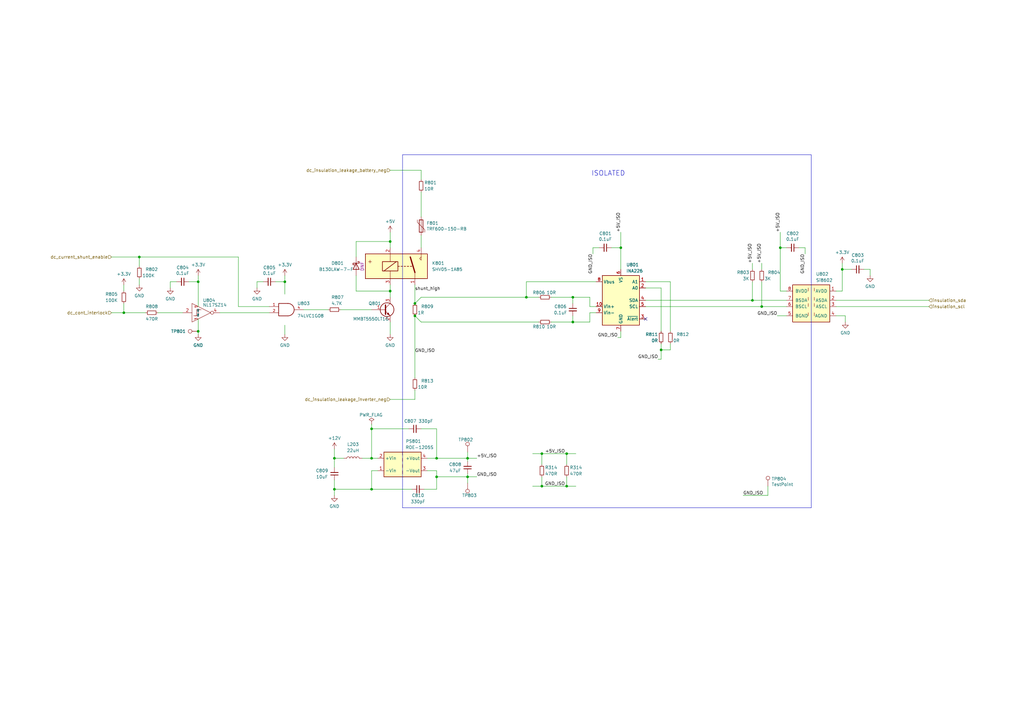
<source format=kicad_sch>
(kicad_sch (version 20230121) (generator eeschema)
  (paper "A3")
  (title_block (title "xx-xxx-PCB-001 Charger Control (HV1) Board") (date "2023-10-18") (rev "0.a") (company "Indra Renewable Technologies Ltd"))
  (lib_symbols
    (symbol "+12V_1" (power) (pin_names (offset 0))
      (property "Value" "+12V_1" (at 0 3.556 0))
      (symbol "+12V_1_0_1"
        (polyline (pts (xy -0.762 1.27) (xy 0 2.54)))
        (polyline (pts (xy 0 0) (xy 0 2.54)))
        (polyline (pts (xy 0 2.54) (xy 0.762 1.27)))
      )
      (symbol "+12V_1_1_1"
        (pin power_in line (at 0 0 90) (length 0) hide (name "+12V") (number "1"))
      )
    )
    (symbol "+3.3V_1" (power) (pin_names (offset 0))
      (property "Value" "+3.3V_1" (at 0 3.556 0))
      (symbol "+3.3V_1_0_1"
        (polyline (pts (xy -0.762 1.27) (xy 0 2.54)))
        (polyline (pts (xy 0 0) (xy 0 2.54)))
        (polyline (pts (xy 0 2.54) (xy 0.762 1.27)))
      )
      (symbol "+3.3V_1_1_1"
        (pin power_in line (at 0 0 90) (length 0) hide (name "+3.3V") (number "1"))
      )
    )
    (symbol "+5V_1" (power) (pin_names (offset 0))
      (property "Value" "+5V_1" (at 0 3.556 0))
      (symbol "+5V_1_0_1"
        (polyline (pts (xy -0.762 1.27) (xy 0 2.54)))
        (polyline (pts (xy 0 0) (xy 0 2.54)))
        (polyline (pts (xy 0 2.54) (xy 0.762 1.27)))
      )
      (symbol "+5V_1_1_1"
        (pin power_in line (at 0 0 90) (length 0) hide (name "+5V") (number "1"))
      )
    )
    (symbol "74xGxx:74LVC1G08" (pin_names (offset 1.016))
      (property "Reference" "U" (at -2.54 3.81 0))
      (property "Value" "74LVC1G08" (at 0 -3.81 0))
      (symbol "74LVC1G08_0_1"
        (arc (start 0 -2.54) (mid 2.529 0) (end 0 2.54) (stroke (width 0.254)))
        (polyline (pts (xy 0 -2.54) (xy -3.81 -2.54) (xy -3.81 2.54) (xy 0 2.54)) (stroke (width 0.254)))
      )
      (symbol "74LVC1G08_1_1"
        (pin input line (at -7.62 1.27 0) (length 3.81) (name "~") (number "1"))
        (pin input line (at -7.62 -1.27 0) (length 3.81) (name "~") (number "2"))
        (pin power_in line (at 0 -2.54 270) (length 0) hide (name "GND") (number "3"))
        (pin output line (at 6.35 0 180) (length 3.81) (name "~") (number "4"))
        (pin power_in line (at 0 2.54 90) (length 0) hide (name "VCC") (number "5"))
      )
    )
    (symbol "Connector:TestPoint" (pin_numbers hide) (pin_names (offset 0.762) hide)
      (property "Reference" "TP" (at 0 6.858 0))
      (property "Value" "TestPoint" (at 0 5.08 0))
      (symbol "TestPoint_0_1"
        (circle (center 0 3.302) (radius 0.762))
      )
      (symbol "TestPoint_1_1"
        (pin passive line (at 0 0 90) (length 2.54) (name "1") (number "1"))
      )
    )
    (symbol "Device:C_Small" (pin_numbers hide) (pin_names (offset 0.254) hide)
      (property "Reference" "C" (at 0.254 1.778 0))
      (property "Value" "C_Small" (at 0.254 -2.032 0))
      (symbol "C_Small_0_1"
        (polyline (pts (xy -1.524 -0.508) (xy 1.524 -0.508)) (stroke (width 0.3302)))
        (polyline (pts (xy -1.524 0.508) (xy 1.524 0.508)) (stroke (width 0.3048)))
      )
      (symbol "C_Small_1_1"
        (pin passive line (at 0 2.54 270) (length 2.032) (name "~") (number "1"))
        (pin passive line (at 0 -2.54 90) (length 2.032) (name "~") (number "2"))
      )
    )
    (symbol "Device:D_Schottky" (pin_numbers hide) (pin_names (offset 1.016) hide)
      (property "Reference" "D" (at 0 2.54 0))
      (property "Value" "D_Schottky" (at 0 -2.54 0))
      (symbol "D_Schottky_0_1"
        (polyline (pts (xy 1.27 0) (xy -1.27 0)))
        (polyline (pts (xy 1.27 1.27) (xy 1.27 -1.27) (xy -1.27 0) (xy 1.27 1.27)) (stroke (width 0.254)))
        (polyline (pts (xy -1.905 0.635) (xy -1.905 1.27) (xy -1.27 1.27) (xy -1.27 -1.27) (xy -0.635 -1.27) (xy -0.635 -0.635)) (stroke (width 0.254)))
      )
      (symbol "D_Schottky_1_1"
        (pin passive line (at -3.81 0 0) (length 2.54) (name "K") (number "1"))
        (pin passive line (at 3.81 0 180) (length 2.54) (name "A") (number "2"))
      )
    )
    (symbol "Device:Polyfuse" (pin_numbers hide) (pin_names (offset 0))
      (property "Reference" "F" (at -2.54 0 90))
      (property "Value" "Polyfuse" (at 2.54 0 90))
      (symbol "Polyfuse_0_1"
        (rectangle (start -0.762 2.54) (end 0.762 -2.54) (stroke (width 0.254)))
        (polyline (pts (xy 0 2.54) (xy 0 -2.54)))
        (polyline (pts (xy -1.524 2.54) (xy -1.524 1.524) (xy 1.524 -1.524) (xy 1.524 -2.54)))
      )
      (symbol "Polyfuse_1_1"
        (pin passive line (at 0 3.81 270) (length 1.27) (name "~") (number "1"))
        (pin passive line (at 0 -3.81 90) (length 1.27) (name "~") (number "2"))
      )
    )
    (symbol "Device:R_Small" (pin_numbers hide) (pin_names (offset 0.254) hide)
      (property "Reference" "R" (at 0.762 0.508 0))
      (property "Value" "R_Small" (at 0.762 -1.016 0))
      (symbol "R_Small_0_1"
        (rectangle (start -0.762 1.778) (end 0.762 -1.778) (stroke (width 0.2032)))
      )
      (symbol "R_Small_1_1"
        (pin passive line (at 0 2.54 270) (length 0.762) (name "~") (number "1"))
        (pin passive line (at 0 -2.54 90) (length 0.762) (name "~") (number "2"))
      )
    )
    (symbol "GND_1" (power) (pin_names (offset 0))
      (property "Value" "GND_1" (at 0 -3.81 0))
      (symbol "GND_1_0_1"
        (polyline (pts (xy 0 0) (xy 0 -1.27) (xy 1.27 -1.27) (xy 0 -2.54) (xy -1.27 -1.27) (xy 0 -1.27)))
      )
      (symbol "GND_1_1_1"
        (pin power_in line (at 0 0 270) (length 0) hide (name "GND") (number "1"))
      )
    )
    (symbol "PWR_FLAG_1" (power) (pin_numbers hide) (pin_names (offset 0) hide)
      (property "Value" "PWR_FLAG_1" (at 0 3.81 0))
      (symbol "PWR_FLAG_1_0_0"
        (pin power_out line (at 0 0 90) (length 0) (name "pwr") (number "1"))
      )
      (symbol "PWR_FLAG_1_0_1"
        (polyline (pts (xy 0 0) (xy 0 1.27) (xy -1.016 1.905) (xy 0 2.54) (xy 1.016 1.905) (xy 0 1.27)))
      )
    )
    (symbol "Transistor_BJT:MMBT5550L" (pin_names (offset 0) hide)
      (property "Reference" "Q" (at 5.08 1.905 0))
      (property "Value" "MMBT5550L" (at 5.08 0 0))
      (symbol "MMBT5550L_0_1"
        (polyline (pts (xy 0.635 0.635) (xy 2.54 2.54)))
        (polyline (pts (xy 0.635 -0.635) (xy 2.54 -2.54) (xy 2.54 -2.54)))
        (polyline (pts (xy 0.635 1.905) (xy 0.635 -1.905) (xy 0.635 -1.905)) (stroke (width 0.508)))
        (polyline (pts (xy 1.27 -1.778) (xy 1.778 -1.27) (xy 2.286 -2.286) (xy 1.27 -1.778) (xy 1.27 -1.778)) (fill (type outline)))
        (circle (center 1.27 0) (radius 2.8194) (stroke (width 0.254)))
      )
      (symbol "MMBT5550L_1_1"
        (pin input line (at -5.08 0 0) (length 5.715) (name "B") (number "1"))
        (pin passive line (at 2.54 -5.08 90) (length 2.54) (name "E") (number "2"))
        (pin passive line (at 2.54 5.08 270) (length 2.54) (name "C") (number "3"))
      )
    )
    (symbol "hw-v2x-play1_1-power-board:INA226"
      (property "Reference" "U805" (at 3.81 15.24 0))
      (property "Value" "INA226" (at 5.08 12.7 0))
      (symbol "INA226_0_1"
        (rectangle (start 7.62 10.16) (end -7.62 -10.16) (stroke (width 0.254)) (fill (type background)))
      )
      (symbol "INA226_1_1"
        (pin input line (at 10.16 7.62 180) (length 2.54) (name "A1") (number "1"))
        (pin input line (at -10.16 -2.54 0) (length 2.54) (name "Vin+") (number "10"))
        (pin input line (at 10.16 5.08 180) (length 2.54) (name "A0") (number "2"))
        (pin open_collector line (at 10.16 -7.62 180) (length 2.54) (name "~{Alert}") (number "3"))
        (pin bidirectional line (at 10.16 0 180) (length 2.54) (name "SDA") (number "4"))
        (pin input line (at 10.16 -2.54 180) (length 2.54) (name "SCL") (number "5"))
        (pin power_in line (at 0 12.7 270) (length 2.54) (name "VS") (number "6"))
        (pin power_in line (at 0 -12.7 90) (length 2.54) (name "GND") (number "7"))
        (pin input line (at -10.16 7.62 0) (length 2.54) (name "Vbus") (number "8"))
        (pin input line (at -10.16 -5.08 0) (length 2.54) (name "Vin-") (number "9"))
      )
    )
    (symbol "hw-v2x-play1_1-power-board:NL17SZ14" (pin_names (offset 0.762))
      (property "Reference" "U804" (at 3.81 3.81 0))
      (property "Value" "NL17SZ14" (at 5.08 -3.81 0))
      (symbol "NL17SZ14_0_0"
        (polyline (pts (xy -3.81 3.81) (xy -3.81 -3.81) (xy 3.81 0) (xy -3.81 3.81)))
        (pin power_in line (at -1.27 -2.54 90) (length 0) (name "VSS") (number "3"))
        (pin power_in line (at -1.27 2.54 270) (length 0) (name "VCC") (number "5"))
      )
      (symbol "NL17SZ14_0_1"
        (polyline (pts (xy -2.54 -1.27) (xy -1.27 -1.27) (xy -1.27 1.27) (xy 0 1.27)))
        (polyline (pts (xy -0.635 1.27) (xy -1.905 1.27) (xy -1.905 -1.27) (xy -3.175 -1.27)))
      )
      (symbol "NL17SZ14_1_1"
        (pin input line (at -7.62 0 0) (length 3.81) (name "~") (number "2"))
        (pin output inverted (at 7.62 0 180) (length 3.81) (name "~") (number "4"))
      )
      (symbol "NL17SZ14_1_2"
        (pin output inverted (at 11.43 0 180) (length 7.62) (name "~") (number "2"))
        (pin input inverted (at -11.43 0 0) (length 7.62) (name "~") (number "3"))
      )
    )
    (symbol "hw-v2x-play1_1-power-board:ROE-1205S"
      (property "Reference" "PS801" (at 3.81 8.89 0))
      (property "Value" "ROE-1205S" (at 6.35 6.35 0))
      (symbol "ROE-1205S_0_0"
        (pin power_in line (at -10.16 -2.54 0) (length 2.54) (name "-Vin") (number "1"))
        (pin power_in line (at -10.16 2.54 0) (length 2.54) (name "+Vin") (number "2"))
        (pin power_out line (at 10.16 -2.54 180) (length 2.54) (name "-Vout") (number "3"))
        (pin power_out line (at 10.16 2.54 180) (length 2.54) (name "+Vout") (number "4"))
      )
      (symbol "ROE-1205S_0_1"
        (rectangle (start -7.62 5.08) (end 7.62 -5.08) (stroke (width 0.254)) (fill (type background)))
        (polyline (pts (xy 0 -2.54) (xy 0 -3.81)))
        (polyline (pts (xy 0 0) (xy 0 -1.27)))
        (polyline (pts (xy 0 2.54) (xy 0 1.27)))
        (polyline (pts (xy 0 5.08) (xy 0 3.81)))
      )
    )
    (symbol "hw-v2x-play1_1-power-board:SHV05-1A85" (pin_names (offset 1.016))
      (property "Reference" "K701" (at -19.4818 0 90))
      (property "Value" "SHV05-1A85" (at -17.1704 0 90))
      (symbol "SHV05-1A85_0_1"
        (rectangle (start -15.24 5.08) (end 10.16 -5.08) (stroke (width 0.254)) (fill (type background)))
        (rectangle (start -8.255 1.905) (end -1.905 -1.905) (stroke (width 0.254)))
        (polyline (pts (xy -13.97 1.905) (xy -12.7 1.905)))
        (polyline (pts (xy -13.335 2.54) (xy -13.335 1.27)))
        (polyline (pts (xy -7.62 -1.905) (xy -2.54 1.905)) (stroke (width 0.254)))
        (polyline (pts (xy -5.08 -5.08) (xy -5.08 -1.905)))
        (polyline (pts (xy -5.08 5.08) (xy -5.08 1.905)))
        (polyline (pts (xy -1.905 0) (xy -1.27 0)) (stroke (width 0.254)))
        (polyline (pts (xy -0.635 0) (xy 0 0)) (stroke (width 0.254)))
        (polyline (pts (xy 0.635 0) (xy 1.27 0)) (stroke (width 0.254)))
        (polyline (pts (xy 1.905 0) (xy 2.54 0)) (stroke (width 0.254)))
        (polyline (pts (xy 3.175 0) (xy 3.81 0)) (stroke (width 0.254)))
        (polyline (pts (xy 5.08 -2.54) (xy 3.175 3.81)) (stroke (width 0.508)))
        (polyline (pts (xy 5.08 -2.54) (xy 5.08 -5.08)))
        (polyline (pts (xy 7.62 2.54) (xy 7.62 5.08)))
        (polyline (pts (xy 7.62 2.54) (xy 6.985 3.175) (xy 7.62 3.81)))
      )
      (symbol "SHV05-1A85_1_1"
        (pin passive line (at 5.08 -7.62 90) (length 2.54) (name "~") (number "1"))
        (pin passive line (at -5.08 7.62 270) (length 2.54) (name "~") (number "2"))
        (pin passive line (at -5.08 -7.62 90) (length 2.54) (name "~") (number "3"))
        (pin passive line (at 7.62 7.62 270) (length 2.54) (name "~") (number "4"))
      )
    )
    (symbol "hw-v2x-play1_1-power-board:Si8602" (pin_names (offset 1.016))
      (property "Reference" "U802" (at -3.81 12.7 0))
      (property "Value" "Si8602" (at -5.08 10.16 0))
      (symbol "Si8602_0_1"
        (rectangle (start -7.62 7.62) (end 7.62 -7.62) (stroke (width 0.254)) (fill (type background)))
        (polyline (pts (xy -1.27 -3.81) (xy -1.27 -5.08)))
        (polyline (pts (xy -1.27 0) (xy -1.27 -1.27)))
        (polyline (pts (xy -1.27 2.54) (xy -1.27 1.27)))
        (polyline (pts (xy -1.27 6.35) (xy -1.27 5.08)))
        (polyline (pts (xy 1.27 -3.81) (xy 1.27 -5.08)))
        (polyline (pts (xy 1.27 0) (xy 1.27 -1.27)))
        (polyline (pts (xy 1.27 2.54) (xy 1.27 1.27)))
        (polyline (pts (xy 1.27 6.35) (xy 1.27 5.08)))
      )
      (symbol "Si8602_1_1"
        (pin power_in line (at -10.16 5.08 0) (length 2.54) (name "AVDD") (number "1"))
        (pin input line (at -10.16 1.27 0) (length 2.54) (name "ASDA") (number "2"))
        (pin input line (at -10.16 -1.27 0) (length 2.54) (name "ASCL") (number "3"))
        (pin power_in line (at -10.16 -5.08 0) (length 2.54) (name "AGND") (number "4"))
        (pin power_in line (at 10.16 -5.08 180) (length 2.54) (name "BGND") (number "5"))
        (pin output line (at 10.16 -1.27 180) (length 2.54) (name "BSCL") (number "6"))
        (pin output line (at 10.16 1.27 180) (length 2.54) (name "BSDA") (number "7"))
        (pin power_in line (at 10.16 5.08 180) (length 2.54) (name "BVDD") (number "8"))
      )
    )
    (symbol "hw-v2x-play1_1-power-board:VLS252010CX-220M-1" (pin_numbers hide) (pin_names (offset 1.016) hide)
      (property "Reference" "L" (at 3.81 -1.27 0))
      (property "Value" "22uH" (at 3.81 1.905 0))
      (symbol "VLS252010CX-220M-1_0_1"
        (arc (start 2.54 0) (mid 1.905 0.6323) (end 1.27 0))
        (arc (start 3.81 0) (mid 3.175 0.6323) (end 2.54 0))
        (arc (start 5.08 0) (mid 4.445 0.6323) (end 3.81 0))
        (arc (start 6.35 0) (mid 5.715 0.6323) (end 5.08 0))
      )
      (symbol "VLS252010CX-220M-1_1_1"
        (pin passive line (at 0 0 0) (length 1.27) (name "1") (number "1"))
        (pin passive line (at 7.62 0 180) (length 1.27) (name "2") (number "2"))
      )
    )
  )
  (junction (at 137.16 187.96))
  (junction (at 50.8 128.27))
  (junction (at 81.28 135.89))
  (junction (at 222.25 199.39))
  (junction (at 271.145 143.51))
  (junction (at 170.18 129.54))
  (junction (at 254.635 101.6))
  (junction (at 232.41 199.39))
  (junction (at 345.44 110.49))
  (junction (at 179.07 187.96))
  (junction (at 191.77 195.58))
  (junction (at 160.02 99.06))
  (junction (at 191.77 187.96))
  (junction (at 160.02 119.38))
  (junction (at 152.4 200.66))
  (junction (at 137.16 200.66))
  (junction (at 308.61 123.19))
  (junction (at 152.4 187.96))
  (junction (at 312.42 125.73))
  (junction (at 81.28 115.57))
  (junction (at 57.15 105.41))
  (junction (at 320.04 101.6))
  (junction (at 215.9 121.92))
  (junction (at 152.4 175.895))
  (junction (at 179.07 195.58))
  (junction (at 232.41 186.055))
  (junction (at 234.95 132.08))
  (junction (at 222.25 186.055))
  (junction (at 116.84 115.57))
  (junction (at 234.95 121.92))
  (junction (at 170.18 124.46))
  (no_connect (at 264.795 130.81))
  (wire (pts (xy 116.84 137.16) (xy 116.84 133.35)))
  (wire (pts (xy 168.91 200.66) (xy 152.4 200.66)))
  (wire (pts (xy 234.95 129.54) (xy 234.95 132.08)))
  (wire (pts (xy 45.72 128.27) (xy 50.8 128.27)))
  (wire (pts (xy 312.42 115.57) (xy 312.42 125.73)))
  (wire (pts (xy 243.205 104.14) (xy 243.205 101.6)))
  (wire (pts (xy 64.77 128.27) (xy 74.93 128.27)))
  (wire (pts (xy 244.475 125.73) (xy 241.935 125.73)))
  (wire (pts (xy 81.28 137.16) (xy 81.28 135.89)))
  (wire (pts (xy 191.77 187.96) (xy 195.58 187.96)))
  (wire (pts (xy 314.96 203.2) (xy 314.96 199.39)))
  (wire (pts (xy 320.04 95.25) (xy 320.04 101.6)))
  (wire (pts (xy 152.4 173.99) (xy 152.4 175.895)))
  (wire (pts (xy 160.02 163.83) (xy 170.18 163.83)))
  (wire (pts (xy 232.41 186.055) (xy 236.22 186.055)))
  (wire (pts (xy 160.02 121.92) (xy 160.02 119.38)))
  (wire (pts (xy 170.18 129.54) (xy 172.72 132.08)))
  (wire (pts (xy 232.41 186.055) (xy 232.41 190.5)))
  (wire (pts (xy 274.955 135.89) (xy 274.955 115.57)))
  (wire (pts (xy 271.145 135.89) (xy 271.145 118.11)))
  (wire (pts (xy 173.99 200.66) (xy 179.07 200.66)))
  (wire (pts (xy 243.205 101.6) (xy 245.745 101.6)))
  (wire (pts (xy 253.365 138.43) (xy 254.635 138.43)))
  (wire (pts (xy 226.06 132.08) (xy 234.95 132.08)))
  (wire (pts (xy 139.7 127) (xy 152.4 127)))
  (wire (pts (xy 218.44 186.055) (xy 222.25 186.055)))
  (wire (pts (xy 318.77 129.54) (xy 322.58 129.54)))
  (wire (pts (xy 264.795 123.19) (xy 308.61 123.19)))
  (wire (pts (xy 308.61 115.57) (xy 308.61 123.19)))
  (wire (pts (xy 170.18 129.54) (xy 170.18 154.94)))
  (wire (pts (xy 232.41 199.39) (xy 232.41 195.58)))
  (wire (pts (xy 172.72 69.85) (xy 172.72 73.66)))
  (wire (pts (xy 77.47 115.57) (xy 81.28 115.57)))
  (wire (pts (xy 271.145 147.32) (xy 271.145 143.51)))
  (wire (pts (xy 349.25 110.49) (xy 345.44 110.49)))
  (wire (pts (xy 308.61 107.95) (xy 308.61 110.49)))
  (wire (pts (xy 179.07 187.96) (xy 191.77 187.96)))
  (wire (pts (xy 312.42 125.73) (xy 322.58 125.73)))
  (wire (pts (xy 90.17 128.27) (xy 110.49 128.27)))
  (wire (pts (xy 226.06 121.92) (xy 234.95 121.92)))
  (wire (pts (xy 97.79 125.73) (xy 97.79 105.41)))
  (wire (pts (xy 271.145 118.11) (xy 264.795 118.11)))
  (wire (pts (xy 342.9 125.73) (xy 381 125.73)))
  (wire (pts (xy 172.72 96.52) (xy 172.72 101.6)))
  (wire (pts (xy 110.49 125.73) (xy 97.79 125.73)))
  (wire (pts (xy 113.03 115.57) (xy 116.84 115.57)))
  (wire (pts (xy 254.635 95.25) (xy 254.635 101.6)))
  (wire (pts (xy 50.8 128.27) (xy 59.69 128.27)))
  (wire (pts (xy 137.16 200.66) (xy 137.16 203.2)))
  (wire (pts (xy 215.9 115.57) (xy 215.9 121.92)))
  (wire (pts (xy 191.77 198.12) (xy 191.77 195.58)))
  (wire (pts (xy 345.44 110.49) (xy 345.44 107.95)))
  (wire (pts (xy 57.15 105.41) (xy 45.72 105.41)))
  (wire (pts (xy 81.28 115.57) (xy 81.28 113.03)))
  (wire (pts (xy 308.61 123.19) (xy 322.58 123.19)))
  (wire (pts (xy 105.41 115.57) (xy 107.95 115.57)))
  (wire (pts (xy 170.18 116.84) (xy 170.18 124.46)))
  (wire (pts (xy 146.05 119.38) (xy 160.02 119.38)))
  (wire (pts (xy 146.05 99.06) (xy 160.02 99.06)))
  (wire (pts (xy 304.8 203.2) (xy 314.96 203.2)))
  (wire (pts (xy 160.02 137.16) (xy 160.02 132.08)))
  (wire (pts (xy 241.935 121.92) (xy 234.95 121.92)))
  (wire (pts (xy 160.02 119.38) (xy 160.02 116.84)))
  (wire (pts (xy 137.16 191.77) (xy 137.16 187.96)))
  (wire (pts (xy 191.77 185.42) (xy 191.77 187.96)))
  (wire (pts (xy 222.25 195.58) (xy 222.25 199.39)))
  (wire (pts (xy 191.77 194.31) (xy 191.77 195.58)))
  (wire (pts (xy 152.4 193.04) (xy 154.94 193.04)))
  (wire (pts (xy 137.16 200.66) (xy 137.16 196.85)))
  (wire (pts (xy 179.07 193.04) (xy 175.26 193.04)))
  (wire (pts (xy 342.9 129.54) (xy 346.71 129.54)))
  (wire (pts (xy 105.41 118.11) (xy 105.41 115.57)))
  (wire (pts (xy 167.64 175.895) (xy 152.4 175.895)))
  (polyline (pts (xy 332.74 63.5) (xy 165.1 63.5)))
  (wire (pts (xy 170.18 160.02) (xy 170.18 163.83)))
  (wire (pts (xy 50.8 116.84) (xy 50.8 119.38)))
  (wire (pts (xy 345.44 110.49) (xy 345.44 119.38)))
  (wire (pts (xy 234.95 132.08) (xy 241.935 132.08)))
  (wire (pts (xy 179.07 175.895) (xy 179.07 187.96)))
  (wire (pts (xy 345.44 119.38) (xy 342.9 119.38)))
  (wire (pts (xy 69.85 115.57) (xy 72.39 115.57)))
  (wire (pts (xy 81.28 115.57) (xy 81.28 125.73)))
  (wire (pts (xy 264.795 125.73) (xy 312.42 125.73)))
  (wire (pts (xy 346.71 129.54) (xy 346.71 132.08)))
  (wire (pts (xy 146.05 113.03) (xy 146.05 119.38)))
  (wire (pts (xy 179.07 195.58) (xy 179.07 193.04)))
  (wire (pts (xy 57.15 109.22) (xy 57.15 105.41)))
  (wire (pts (xy 175.26 187.96) (xy 179.07 187.96)))
  (wire (pts (xy 160.02 99.06) (xy 160.02 101.6)))
  (wire (pts (xy 274.955 140.97) (xy 274.955 143.51)))
  (wire (pts (xy 241.935 128.27) (xy 244.475 128.27)))
  (wire (pts (xy 254.635 101.6) (xy 254.635 110.49)))
  (wire (pts (xy 137.16 187.96) (xy 140.97 187.96)))
  (wire (pts (xy 320.04 119.38) (xy 322.58 119.38)))
  (wire (pts (xy 146.05 105.41) (xy 146.05 99.06)))
  (wire (pts (xy 116.84 120.65) (xy 116.84 115.57)))
  (wire (pts (xy 137.16 184.15) (xy 137.16 187.96)))
  (polyline (pts (xy 332.74 63.5) (xy 332.74 208.28)))
  (wire (pts (xy 57.15 105.41) (xy 97.79 105.41)))
  (wire (pts (xy 330.2 101.6) (xy 327.66 101.6)))
  (wire (pts (xy 356.87 113.03) (xy 356.87 110.49)))
  (wire (pts (xy 342.9 123.19) (xy 381 123.19)))
  (wire (pts (xy 116.84 115.57) (xy 116.84 113.03)))
  (wire (pts (xy 50.8 124.46) (xy 50.8 128.27)))
  (wire (pts (xy 254.635 135.89) (xy 254.635 138.43)))
  (wire (pts (xy 170.18 124.46) (xy 172.72 121.92)))
  (wire (pts (xy 148.59 187.96) (xy 152.4 187.96)))
  (wire (pts (xy 172.72 78.74) (xy 172.72 88.9)))
  (wire (pts (xy 234.95 121.92) (xy 234.95 124.46)))
  (wire (pts (xy 57.15 116.84) (xy 57.15 114.3)))
  (wire (pts (xy 215.9 121.92) (xy 220.98 121.92)))
  (wire (pts (xy 274.955 143.51) (xy 271.145 143.51)))
  (wire (pts (xy 320.04 101.6) (xy 320.04 119.38)))
  (wire (pts (xy 172.72 175.895) (xy 179.07 175.895)))
  (wire (pts (xy 232.41 199.39) (xy 236.22 199.39)))
  (wire (pts (xy 137.16 200.66) (xy 152.4 200.66)))
  (wire (pts (xy 322.58 101.6) (xy 320.04 101.6)))
  (wire (pts (xy 191.77 187.96) (xy 191.77 189.23)))
  (wire (pts (xy 172.72 121.92) (xy 215.9 121.92)))
  (wire (pts (xy 356.87 110.49) (xy 354.33 110.49)))
  (wire (pts (xy 172.72 132.08) (xy 220.98 132.08)))
  (wire (pts (xy 274.955 115.57) (xy 264.795 115.57)))
  (wire (pts (xy 269.875 147.32) (xy 271.145 147.32)))
  (wire (pts (xy 250.825 101.6) (xy 254.635 101.6)))
  (wire (pts (xy 241.935 132.08) (xy 241.935 128.27)))
  (wire (pts (xy 191.77 195.58) (xy 179.07 195.58)))
  (wire (pts (xy 152.4 200.66) (xy 152.4 193.04)))
  (wire (pts (xy 69.85 118.11) (xy 69.85 115.57)))
  (wire (pts (xy 271.145 143.51) (xy 271.145 140.97)))
  (wire (pts (xy 179.07 200.66) (xy 179.07 195.58)))
  (wire (pts (xy 191.77 195.58) (xy 195.58 195.58)))
  (wire (pts (xy 152.4 175.895) (xy 152.4 187.96)))
  (wire (pts (xy 81.28 135.89) (xy 81.28 130.81)))
  (wire (pts (xy 330.2 104.14) (xy 330.2 101.6)))
  (wire (pts (xy 160.02 69.85) (xy 172.72 69.85)))
  (wire (pts (xy 222.25 190.5) (xy 222.25 186.055)))
  (wire (pts (xy 222.25 199.39) (xy 232.41 199.39)))
  (wire (pts (xy 241.935 125.73) (xy 241.935 121.92)))
  (wire (pts (xy 312.42 107.95) (xy 312.42 110.49)))
  (wire (pts (xy 222.25 186.055) (xy 232.41 186.055)))
  (wire (pts (xy 160.02 95.25) (xy 160.02 99.06)))
  (wire (pts (xy 218.44 199.39) (xy 222.25 199.39)))
  (polyline (pts (xy 165.1 63.5) (xy 165.1 208.28)))
  (polyline (pts (xy 165.1 208.28) (xy 332.74 208.28)))
  (wire (pts (xy 152.4 187.96) (xy 154.94 187.96)))
  (wire (pts (xy 124.46 127) (xy 134.62 127)))
  (wire (pts (xy 215.9 115.57) (xy 244.475 115.57)))
  (text "ISOLATED" (at 242.57 72.39 0) (effects (font (size 2.0066 2.0066)) (justify left bottom)))
  (label "+5V_ISO" (at 308.61 107.95 90))
  (label "GND_ISO" (at 269.875 147.32 180))
  (label "+5V_ISO" (at 195.58 187.96 0))
  (label "GND_ISO" (at 253.365 138.43 180))
  (label "shunt_high" (at 170.18 119.38 0))
  (label "GND_ISO" (at 170.18 144.78 0))
  (label "+5V_ISO" (at 223.52 186.055 0))
  (label "GND_ISO" (at 195.58 195.58 0))
  (label "GND_ISO" (at 243.205 104.14 270))
  (label "GND_ISO" (at 318.77 129.54 180))
  (label "GND_ISO" (at 223.52 199.39 0))
  (label "+5V_ISO" (at 312.42 107.95 90))
  (label "+5V_ISO" (at 320.04 95.25 90))
  (label "+5V_ISO" (at 254.635 95.25 90))
  (label "GND_ISO" (at 330.2 104.14 270))
  (label "GND_ISO" (at 304.8 203.2 0))
  (hierarchical_label "dc_cont_interlock" (shape input) (at 45.72 128.27 180))
  (hierarchical_label "insulation_scl" (shape input) (at 381 125.73 0))
  (hierarchical_label "dc_insulation_leakage_inverter_neg" (shape input) (at 160.02 163.83 180))
  (hierarchical_label "dc_current_shunt_enable" (shape input) (at 45.72 105.41 180))
  (hierarchical_label "insulation_sda" (shape input) (at 381 123.19 0))
  (hierarchical_label "dc_insulation_leakage_battery_neg" (shape input) (at 160.02 69.85 180))
  (symbol (lib_id "Device:R_Small") (at 50.8 121.92 180) (unit 1)
    (property "Reference" "R805" (at 43.18 120.65 0) (effects (justify right)))
    (property "Value" "100K" (at 43.18 123.19 0) (effects (justify right)))
    (property "Footprint" "Resistor_SMD:R_0402_1005Metric" (effects hide))
    (property "Tolerance" "1%" (effects hide))
    (property "Voltage" "50V" (effects hide))
    (instances (project "hw-v2x-power-board-high-v" (path "" (reference "R805") (unit 1))) (project "hw-v2x-power-board" (path "" (reference "R1501") (unit 1))))
  )
  (symbol (lib_name "+3.3V_1") (lib_id "power:+3.3V") (at 50.8 116.84 0) (unit 1)
    (property "Reference" "#PWR0805" (effects hide))
    (property "Value" "+3.3V" (at 50.8 112.395 0))
  )
  (symbol (lib_id "Connector:TestPoint") (at 191.77 198.12 180) (unit 1)
    (property "Reference" "TP803" (at 195.58 203.2 0) (effects (justify left)))
    (property "Value" "TestPoint" (effects hide))
    (property "Footprint" "hw-v5mobo-cem-demo:TestPoint_Pad_FD1.0mm_BD2.0mm_TH_with_pos" (effects hide))
    (instances (project "hw-v2x-power-board-high-v" (path "" (reference "TP803") (unit 1))) (project "hw-v2x-power-board" (path "" (reference "TP1503") (unit 1))))
  )
  (symbol (lib_id "hw-v2x-play1_1-power-board:ROE-1205S") (at 165.1 190.5 0) (unit 1)
    (property "Reference" "PS801" (at 169.545 180.975 0))
    (property "Value" "ROE-1205S" (at 172.085 183.515 0))
    (property "Footprint" "hw-v2x-play1_1-power-board.pretty:ROE-1205S" (effects hide))
    (property "Datasheet" "https://recom-power.com/pdf/Econoline/ROE.pdf" (effects hide))
    (property "Manufacturer" "RECOM Power" (effects hide))
    (property "Manufacturer Part Number" "ROE-1205S" (effects hide))
  )
  (symbol (lib_name "GND_1") (lib_id "power:GND") (at 105.41 118.11 0) (unit 1)
    (property "Reference" "#PWR0230" (effects hide))
    (property "Value" "GND" (at 105.41 122.555 0))
    (instances (project "hw-v2x-power-board-high-v" (path "" (reference "#PWR0230") (unit 1)) (path "" (reference "#PWR0819") (unit 1))))
  )
  (symbol (lib_name "GND_1") (lib_id "power:GND") (at 160.02 137.16 0) (unit 1)
    (property "Reference" "#PWR0230" (effects hide))
    (property "Value" "GND" (at 160.02 141.605 0))
    (instances (project "hw-v2x-power-board-high-v" (path "" (reference "#PWR0230") (unit 1)) (path "" (reference "#PWR0821") (unit 1))))
  )
  (symbol (lib_id "Device:C_Small") (at 325.12 101.6 270) (unit 1)
    (property "Reference" "C802" (at 325.12 95.7834 90))
    (property "Value" "0.1uF" (at 325.12 98.0948 90))
    (property "Footprint" "Capacitor_SMD:C_0402_1005Metric" (effects hide))
    (property "Voltage" "50V" (effects hide))
    (property "Characteristics" "X7R" (effects hide))
    (property "Tolerance" "10%" (effects hide))
    (instances (project "hw-v2x-power-board-high-v" (path "" (reference "C802") (unit 1))) (project "hw-v2x-power-board" (path "" (reference "C1509") (unit 1))))
  )
  (symbol (lib_id "hw-v2x-play1_1-power-board:VLS252010CX-220M-1") (at 140.97 187.96 0) (unit 1)
    (property "Reference" "L203" (at 144.78 182.245 0))
    (property "Value" "22uH" (at 144.78 184.785 0))
    (property "Footprint" "Inductor_SMD:L_1008_2520Metric" (effects hide))
    (property "Datasheet" "C:\\Users\\PhillipCherry\\Documents\\PhilC\\V2X\\hw-v2x-power-board-hv2\\project-datasheets\\VLS252010CX-220M-1.pdf" (effects hide))
    (property "Manufacturer" "TDK" (effects hide))
    (property "Manufacturer Part Number" "VLS252010CX-220M-1" (effects hide))
    (property "Current" "450mA" (effects hide))
    (property "Tolerance" "20%" (effects hide))
    (property "Resistance" "1R4" (effects hide))
    (instances (project "hw-v2x-power-board-high-v" (path "" (reference "L203") (unit 1)) (path "" (reference "L801") (unit 1))))
  )
  (symbol (lib_id "Device:R_Small") (at 312.42 113.03 0) (unit 1)
    (property "Reference" "R804" (at 320.04 111.76 0) (effects (justify right)))
    (property "Value" "3K" (at 316.23 114.3 0) (effects (justify right)))
    (property "Footprint" "Resistor_SMD:R_0603_1608Metric" (effects hide))
    (property "Tolerance" "1%" (effects hide))
    (property "Voltage" "50V" (effects hide))
    (instances (project "hw-v2x-power-board-high-v" (path "" (reference "R804") (unit 1))) (project "hw-v2x-power-board" (path "" (reference "R1513") (unit 1))))
  )
  (symbol (lib_id "hw-v2x-play1_1-power-board:INA226") (at 254.635 123.19 0) (unit 1)
    (property "Reference" "U801" (at 256.8291 108.585 0) (effects (justify left)))
    (property "Value" "INA226" (at 256.8291 111.125 0) (effects (justify left)))
    (property "Footprint" "Package_SO:VSSOP-10_3x3mm_P0.5mm" (effects hide))
    (property "Datasheet" "http://www.ti.com/lit/ds/symlink/ina226.pdf" (effects hide))
    (property "Manufacturer" "TI" (effects hide))
    (property "Manufacturer Part Number" "INA226" (effects hide))
  )
  (symbol (lib_id "Device:R_Small") (at 172.72 76.2 180) (unit 1)
    (property "Reference" "R801" (at 173.99 74.93 0) (effects (justify right)))
    (property "Value" "10R" (at 173.99 77.47 0) (effects (justify right)))
    (property "Footprint" "hw-v2x-play1_1-power-board:R_BOURNS_PWR4318" (effects hide))
    (property "Tolerance" "5%" (effects hide))
    (property "Manufacturer" "Bourns" (effects hide))
    (property "Manufacturer Part Number" "PWR4318W10R0JE" (effects hide))
    (instances (project "hw-v2x-power-board-high-v" (path "" (reference "R801") (unit 1))) (project "hw-v2x-power-board" (path "" (reference "R1507") (unit 1))))
  )
  (symbol (lib_id "Device:C_Small") (at 234.95 127 0) (mirror y) (unit 1)
    (property "Reference" "C806" (at 229.87 125.73 0))
    (property "Value" "0.1uF" (at 229.87 128.27 0))
    (property "Footprint" "Capacitor_SMD:C_0402_1005Metric" (effects hide))
    (property "Voltage" "50V" (effects hide))
    (property "Characteristics" "X7R" (effects hide))
    (property "Tolerance" "10%" (effects hide))
    (instances (project "hw-v2x-power-board-high-v" (path "" (reference "C806") (unit 1))) (project "hw-v2x-power-board" (path "" (reference "C1507") (unit 1))))
  )
  (symbol (lib_id "Device:C_Small") (at 171.45 200.66 90) (mirror x) (unit 1)
    (property "Reference" "C810" (at 171.45 203.2 90))
    (property "Value" "330pF" (at 171.45 205.74 90))
    (property "Footprint" "Capacitor_SMD:C_1206_3216Metric" (effects hide))
    (property "Voltage" "25V" (effects hide))
    (property "Characteristics" "X7R" (effects hide))
    (property "Tolerance" "10%" (effects hide))
    (instances (project "hw-v2x-power-board-high-v" (path "" (reference "C810") (unit 1))) (project "hw-v2x-power-board" (path "" (reference "C1505") (unit 1))))
  )
  (symbol (lib_name "+12V_1") (lib_id "power:+12V") (at 137.16 184.15 0) (unit 1)
    (property "Reference" "#PWR0811" (effects hide))
    (property "Value" "+12V" (at 137.16 179.705 0))
  )
  (symbol (lib_id "Device:R_Small") (at 308.61 113.03 0) (unit 1)
    (property "Reference" "R803" (at 307.34 111.76 0) (effects (justify right)))
    (property "Value" "3K" (at 307.34 114.3 0) (effects (justify right)))
    (property "Footprint" "Resistor_SMD:R_0603_1608Metric" (effects hide))
    (property "Tolerance" "1%" (effects hide))
    (property "Voltage" "50V" (effects hide))
    (instances (project "hw-v2x-power-board-high-v" (path "" (reference "R803") (unit 1))) (project "hw-v2x-power-board" (path "" (reference "R1512") (unit 1))))
  )
  (symbol (lib_id "74xGxx:74LVC1G08") (at 118.11 127 0) (unit 1)
    (property "Reference" "U803" (at 121.92 124.46 0) (effects (justify left)))
    (property "Value" "74LVC1G08" (at 121.92 129.54 0) (effects (justify left)))
    (property "Footprint" "Package_TO_SOT_SMD:SOT-23-5" (effects hide))
    (property "Datasheet" "http://www.ti.com/lit/sg/scyt129e/scyt129e.pdf" (effects hide))
    (property "Manufacturer" "Nexperia" (effects hide))
    (property "Manufacturer Part Number" "74LVC1G08GW" (effects hide))
    (instances (project "hw-v2x-power-board-high-v" (path "" (reference "U803") (unit 1))) (project "hw-v2x-power-board" (path "" (reference "U1502") (unit 1))))
  )
  (symbol (lib_id "Device:C_Small") (at 137.16 194.31 0) (mirror x) (unit 1)
    (property "Reference" "C809" (at 132.08 193.04 0))
    (property "Value" "10uF" (at 132.08 195.58 0))
    (property "Footprint" "Capacitor_SMD:C_0603_1608Metric" (effects hide))
    (property "Voltage" "25V" (effects hide))
    (property "Characteristics" "X5R" (effects hide))
    (property "Tolerance" "10%" (effects hide))
    (instances (project "hw-v2x-power-board-high-v" (path "" (reference "C809") (unit 1))) (project "hw-v2x-power-board" (path "" (reference "C1503") (unit 1))))
  )
  (symbol (lib_id "Device:R_Small") (at 57.15 111.76 0) (unit 1)
    (property "Reference" "R802" (at 64.77 110.49 0) (effects (justify right)))
    (property "Value" "100K" (at 63.5 113.03 0) (effects (justify right)))
    (property "Footprint" "Resistor_SMD:R_0402_1005Metric" (effects hide))
    (property "Tolerance" "1%" (effects hide))
    (property "Voltage" "50V" (effects hide))
    (instances (project "hw-v2x-power-board-high-v" (path "" (reference "R802") (unit 1))) (project "hw-v2x-power-board" (path "" (reference "R1502") (unit 1))))
  )
  (symbol (lib_id "Device:R_Small") (at 170.18 127 0) (unit 1)
    (property "Reference" "R809" (at 177.8 125.73 0) (effects (justify right)))
    (property "Value" "1R" (at 173.99 128.27 0) (effects (justify right)))
    (property "Footprint" "Resistor_THT:R_Axial_DIN0614_L14.3mm_D5.7mm_P20.32mm_Horizontal" (effects hide))
    (property "Datasheet" "https://www.mouser.co.uk/datasheet/2/427/cpf-1762878.pdf" (effects hide))
    (property "Tolerance" "0.5%" (effects hide))
    (property "Characteristics" "2W+" (effects hide))
    (property "Manufacturer" "Vishay" (effects hide))
    (property "Manufacturer Part Number" "CPF31R0000DKB14" (effects hide))
    (instances (project "hw-v2x-power-board-high-v" (path "" (reference "R809") (unit 1))) (project "hw-v2x-power-board" (path "" (reference "R1505") (unit 1))))
  )
  (symbol (lib_id "Connector:TestPoint") (at 314.96 199.39 0) (unit 1)
    (property "Reference" "TP804" (at 316.4332 196.3928 0) (effects (justify left)))
    (property "Value" "TestPoint" (at 316.4332 198.7042 0) (effects (justify left)))
    (property "Footprint" "hw-v5mobo-cem-demo:TestPoint_Pad_FD1.0mm_BD2.0mm_TH_with_pos" (effects hide))
    (instances (project "hw-v2x-power-board-high-v" (path "" (reference "TP804") (unit 1))) (project "hw-v2x-power-board" (path "" (reference "TP1504") (unit 1))))
  )
  (symbol (lib_name "GND_1") (lib_id "power:GND") (at 346.71 132.08 0) (unit 1)
    (property "Reference" "#PWR0230" (effects hide))
    (property "Value" "GND" (at 346.71 136.525 0))
    (instances (project "hw-v2x-power-board-high-v" (path "" (reference "#PWR0230") (unit 1)) (path "" (reference "#PWR0823") (unit 1))))
  )
  (symbol (lib_id "Device:R_Small") (at 170.18 157.48 0) (unit 1)
    (property "Reference" "R813" (at 177.8 156.21 0) (effects (justify right)))
    (property "Value" "10R" (at 175.26 158.75 0) (effects (justify right)))
    (property "Footprint" "hw-v2x-play1_1-power-board:R_BOURNS_PWR4318" (effects hide))
    (property "Tolerance" "5%" (effects hide))
    (property "Manufacturer" "Bourns" (effects hide))
    (property "Manufacturer Part Number" "PWR4318W10R0JE" (effects hide))
    (instances (project "hw-v2x-power-board-high-v" (path "" (reference "R813") (unit 1))) (project "hw-v2x-power-board" (path "" (reference "R1506") (unit 1))))
  )
  (symbol (lib_name "GND_1") (lib_id "power:GND") (at 116.84 137.16 0) (unit 1)
    (property "Reference" "#PWR0230" (effects hide))
    (property "Value" "GND" (at 116.84 141.605 0))
    (instances (project "hw-v2x-power-board-high-v" (path "" (reference "#PWR0230") (unit 1)) (path "" (reference "#PWR0820") (unit 1))))
  )
  (symbol (lib_name "+3.3V_1") (lib_id "power:+3.3V") (at 81.28 113.03 0) (unit 1)
    (property "Reference" "#PWR0807" (effects hide))
    (property "Value" "+3.3V" (at 81.28 108.585 0))
  )
  (symbol (lib_id "Device:R_Small") (at 271.145 138.43 0) (unit 1)
    (property "Reference" "R811" (at 269.875 137.16 0) (effects (justify right)))
    (property "Value" "0R" (at 269.875 139.7 0) (effects (justify right)))
    (property "Footprint" "Resistor_SMD:R_0603_1608Metric" (effects hide))
    (property "Tolerance" "1%" (effects hide))
    (property "Voltage" "50V" (effects hide))
    (instances (project "hw-v2x-power-board-high-v" (path "" (reference "R811") (unit 1))) (project "hw-v2x-power-board" (path "" (reference "R1510") (unit 1))))
  )
  (symbol (lib_name "+5V_1") (lib_id "power:+5V") (at 160.02 95.25 0) (unit 1)
    (property "Reference" "#PWR0810" (effects hide))
    (property "Value" "+5V" (at 160.02 90.805 0))
  )
  (symbol (lib_id "Device:R_Small") (at 274.955 138.43 0) (unit 1)
    (property "Reference" "R812" (at 282.575 137.16 0) (effects (justify right)))
    (property "Value" "0R" (at 278.765 139.7 0) (effects (justify right)))
    (property "Footprint" "Resistor_SMD:R_0603_1608Metric" (effects hide))
    (property "Tolerance" "1%" (effects hide))
    (property "Voltage" "50V" (effects hide))
    (instances (project "hw-v2x-power-board-high-v" (path "" (reference "R812") (unit 1))) (project "hw-v2x-power-board" (path "" (reference "R1511") (unit 1))))
  )
  (symbol (lib_id "Transistor_BJT:MMBT5550L") (at 157.48 127 0) (unit 1)
    (property "Reference" "Q801" (at 151.13 124.46 0) (effects (justify left)))
    (property "Value" "MMBT5550LT1G" (at 144.78 130.81 0) (effects (justify left)))
    (property "Footprint" "Package_TO_SOT_SMD:SOT-23" (effects hide))
    (property "Datasheet" "https://www.mouser.co.uk/datasheet/2/308/MMBT5550LT1_D-1811686.pdf" (effects hide))
    (property "Manufacturer" "ON Semiconductor" (effects hide))
    (property "Manufacturer Part Number" "MMBT5550LT1G" (effects hide))
    (instances (project "hw-v2x-power-board-high-v" (path "" (reference "Q801") (unit 1))) (project "hw-v2x-power-board" (path "" (reference "Q1501") (unit 1))))
  )
  (symbol (lib_id "Device:C_Small") (at 110.49 115.57 270) (unit 1)
    (property "Reference" "C805" (at 110.49 109.7534 90))
    (property "Value" "0.1uF" (at 110.49 112.0648 90))
    (property "Footprint" "Capacitor_SMD:C_0402_1005Metric" (effects hide))
    (property "Voltage" "50V" (effects hide))
    (property "Characteristics" "X7R" (effects hide))
    (property "Tolerance" "10%" (effects hide))
    (instances (project "hw-v2x-power-board-high-v" (path "" (reference "C805") (unit 1))) (project "hw-v2x-power-board" (path "" (reference "C1502") (unit 1))))
  )
  (symbol (lib_name "PWR_FLAG_1") (lib_id "power:PWR_FLAG") (at 152.4 173.99 0) (unit 1)
    (property "Reference" "#FLG0402" (effects hide))
    (property "Value" "PWR_FLAG" (at 147.32 170.18 0) (effects (justify left)))
    (instances (project "hw-v2x-power-board-high-v" (path "" (reference "#FLG0402") (unit 1)) (path "" (reference "#FLG0802") (unit 1))))
  )
  (symbol (lib_id "Device:C_Small") (at 74.93 115.57 270) (unit 1)
    (property "Reference" "C804" (at 74.93 109.7534 90))
    (property "Value" "0.1uF" (at 74.93 112.0648 90))
    (property "Footprint" "Capacitor_SMD:C_0402_1005Metric" (effects hide))
    (property "Voltage" "50V" (effects hide))
    (property "Characteristics" "X7R" (effects hide))
    (property "Tolerance" "10%" (effects hide))
    (instances (project "hw-v2x-power-board-high-v" (path "" (reference "C804") (unit 1))) (project "hw-v2x-power-board" (path "" (reference "C1501") (unit 1))))
  )
  (symbol (lib_id "Device:D_Schottky") (at 146.05 109.22 270) (unit 1)
    (property "Reference" "D801" (at 135.89 107.95 90) (effects (justify left)))
    (property "Value" "B130LAW-7-F" (at 130.81 110.49 90) (effects (justify left)))
    (property "Footprint" "Diode_SMD:D_SOD-123" (effects hide))
    (property "Datasheet" "https://www.diodes.com/assets/Datasheets/ds30308.pdf" (effects hide))
    (property "Manufacturer" "Diodes Inc." (effects hide))
    (property "Manufacturer Part Number" "B130LAW-7-F" (effects hide))
    (property "Variant" "DNF" (at 148.59 109.22 0))
    (instances (project "hw-v2x-power-board-high-v" (path "" (reference "D801") (unit 1))) (project "hw-v2x-power-board" (path "" (reference "D1501") (unit 1))))
  )
  (symbol (lib_name "GND_1") (lib_id "power:GND") (at 69.85 118.11 0) (unit 1)
    (property "Reference" "#PWR0230" (effects hide))
    (property "Value" "GND" (at 69.85 122.555 0))
    (instances (project "hw-v2x-power-board-high-v" (path "" (reference "#PWR0230") (unit 1)) (path "" (reference "#PWR0817") (unit 1))))
  )
  (symbol (lib_id "hw-v2x-play1_1-power-board:SHV05-1A85") (at 165.1 109.22 0) (unit 1)
    (property "Reference" "K801" (at 177.165 107.95 0) (effects (justify left)))
    (property "Value" "SHV05-1A85" (at 177.165 110.49 0) (effects (justify left)))
    (property "Footprint" "hw-v2x-play1_1-power-board:SHV05-1A85" (effects hide))
    (property "Datasheet" "https://www.mouser.co.uk/datasheet/2/262/3305185478e-1633595.pdf" (effects hide))
    (property "Manufacturer" "MEDER Electronic" (effects hide))
    (property "Manufacturer Part Number" "SHV05-1A85-78D4K" (effects hide))
  )
  (symbol (lib_id "Device:R_Small") (at 232.41 193.04 0) (unit 1)
    (property "Reference" "R314" (at 236.22 191.77 0))
    (property "Value" "470R" (at 236.22 194.31 0))
    (property "Footprint" "Resistor_SMD:R_0603_1608Metric" (effects hide))
    (property "Tolerance" "1%" (effects hide))
    (property "Voltage" "50V" (effects hide))
    (instances (project "hw-v2x-power-board-high-v" (path "" (reference "R314") (unit 1)) (path "" (reference "R815") (unit 1))) (project "hw-v2x-power-board" (path "" (reference "R209") (unit 1))))
  )
  (symbol (lib_id "Device:R_Small") (at 62.23 128.27 90) (unit 1)
    (property "Reference" "R808" (at 59.69 125.73 90) (effects (justify right)))
    (property "Value" "470R" (at 59.69 130.81 90) (effects (justify right)))
    (property "Footprint" "Resistor_SMD:R_0402_1005Metric" (effects hide))
    (property "Tolerance" "1%" (effects hide))
    (property "Voltage" "50V" (effects hide))
    (instances (project "hw-v2x-power-board-high-v" (path "" (reference "R808") (unit 1))) (project "hw-v2x-power-board" (path "" (reference "R1503") (unit 1))))
  )
  (symbol (lib_id "hw-v2x-play1_1-power-board:NL17SZ14") (at 82.55 128.27 0) (unit 1)
    (property "Reference" "U804" (at 83.185 123.19 0) (effects (justify left)))
    (property "Value" "NL17SZ14" (at 83.185 125.095 0) (effects (justify left)))
    (property "Footprint" "Package_TO_SOT_SMD:SOT-553" (effects hide))
    (property "Datasheet" "https://www.onsemi.com/pub/Collateral/NL17SZ14-D.PDF" (effects hide))
    (property "Manufacturer" "ON Semiconductor" (effects hide))
    (property "Manufacturer Part Number" "NL17SZ14XV5T2G-L22087" (effects hide))
  )
  (symbol (lib_id "Device:R_Small") (at 223.52 121.92 90) (unit 1)
    (property "Reference" "R806" (at 218.44 120.015 90) (effects (justify right)))
    (property "Value" "10R" (at 224.155 120.015 90) (effects (justify right)))
    (property "Footprint" "Resistor_SMD:R_0603_1608Metric" (effects hide))
    (property "Tolerance" "1%" (effects hide))
    (property "Voltage" "50V" (effects hide))
    (instances (project "hw-v2x-power-board-high-v" (path "" (reference "R806") (unit 1))) (project "hw-v2x-power-board" (path "" (reference "R1508") (unit 1))))
  )
  (symbol (lib_name "GND_1") (lib_id "power:GND") (at 137.16 203.2 0) (unit 1)
    (property "Reference" "#PWR0230" (effects hide))
    (property "Value" "GND" (at 137.16 207.645 0))
    (instances (project "hw-v2x-power-board-high-v" (path "" (reference "#PWR0230") (unit 1)) (path "" (reference "#PWR0822") (unit 1))))
  )
  (symbol (lib_id "Device:R_Small") (at 223.52 132.08 90) (unit 1)
    (property "Reference" "R810" (at 218.44 133.985 90) (effects (justify right)))
    (property "Value" "10R" (at 224.155 133.985 90) (effects (justify right)))
    (property "Footprint" "Resistor_SMD:R_0603_1608Metric" (effects hide))
    (property "Tolerance" "1%" (effects hide))
    (property "Voltage" "50V" (effects hide))
    (instances (project "hw-v2x-power-board-high-v" (path "" (reference "R810") (unit 1))) (project "hw-v2x-power-board" (path "" (reference "R1509") (unit 1))))
  )
  (symbol (lib_name "GND_1") (lib_id "power:GND") (at 81.28 137.16 0) (unit 1)
    (property "Reference" "#PWR0230" (effects hide))
    (property "Value" "GND" (at 81.28 141.605 0))
    (instances (project "hw-v2x-power-board-high-v" (path "" (reference "#PWR0230") (unit 1)) (path "" (reference "#PWR0818") (unit 1))))
  )
  (symbol (lib_id "Device:C_Small") (at 170.18 175.895 90) (mirror x) (unit 1)
    (property "Reference" "C807" (at 168.275 172.72 90))
    (property "Value" "330pF" (at 174.625 172.72 90))
    (property "Footprint" "Capacitor_SMD:C_1206_3216Metric" (effects hide))
    (property "Voltage" "25V" (effects hide))
    (property "Characteristics" "X7R" (effects hide))
    (property "Tolerance" "10%" (effects hide))
    (instances (project "hw-v2x-power-board-high-v" (path "" (reference "C807") (unit 1))) (project "hw-v2x-power-board" (path "" (reference "C1504") (unit 1))))
  )
  (symbol (lib_name "+3.3V_1") (lib_id "power:+3.3V") (at 116.84 113.03 0) (unit 1)
    (property "Reference" "#PWR0808" (effects hide))
    (property "Value" "+3.3V" (at 116.84 108.585 0))
  )
  (symbol (lib_id "Device:R_Small") (at 137.16 127 90) (unit 1)
    (property "Reference" "R807" (at 135.89 121.92 90) (effects (justify right)))
    (property "Value" "4.7K" (at 135.89 124.46 90) (effects (justify right)))
    (property "Footprint" "Resistor_SMD:R_0603_1608Metric" (effects hide))
    (property "Tolerance" "0.1%" (effects hide))
    (property "Voltage" "50V" (effects hide))
    (instances (project "hw-v2x-power-board-high-v" (path "" (reference "R807") (unit 1))) (project "hw-v2x-power-board" (path "" (reference "R1504") (unit 1))))
  )
  (symbol (lib_id "Device:C_Small") (at 351.79 110.49 90) (mirror x) (unit 1)
    (property "Reference" "C803" (at 351.79 104.6734 90))
    (property "Value" "0.1uF" (at 351.79 106.9848 90))
    (property "Footprint" "Capacitor_SMD:C_0402_1005Metric" (effects hide))
    (property "Characteristics" "X7R" (effects hide))
    (property "Voltage" "50V" (effects hide))
    (property "Tolerance" "10%" (effects hide))
    (instances (project "hw-v2x-power-board-high-v" (path "" (reference "C803") (unit 1))) (project "hw-v2x-power-board" (path "" (reference "C1510") (unit 1))))
  )
  (symbol (lib_id "Connector:TestPoint") (at 81.28 135.89 90) (unit 1)
    (property "Reference" "TP801" (at 76.2 135.89 90) (effects (justify left)))
    (property "Value" "TestPoint" (effects hide))
    (property "Footprint" "hw-v5mobo-cem-demo:TestPoint_Pad_FD1.0mm_BD2.0mm_TH_with_pos" (effects hide))
    (instances (project "hw-v2x-power-board-high-v" (path "" (reference "TP801") (unit 1))) (project "hw-v2x-power-board" (path "" (reference "TP1501") (unit 1))))
  )
  (symbol (lib_id "hw-v2x-play1_1-power-board:Si8602") (at 332.74 124.46 0) (mirror y) (unit 1)
    (property "Reference" "U802" (at 334.645 112.395 0) (effects (justify right)))
    (property "Value" "Si8602" (at 334.645 114.935 0) (effects (justify right)))
    (property "Footprint" "Package_SO:SOIC-8_3.9x4.9mm_P1.27mm" (effects hide))
    (property "Datasheet" "https://www.mouser.co.uk/datasheet/2/368/Si860x-1666303.pdf" (effects hide))
    (property "Manufacturer" "Silicon Labs" (effects hide))
    (property "Manufacturer Part Number" "SI8602AC-B-ISR" (effects hide))
  )
  (symbol (lib_name "GND_1") (lib_id "power:GND") (at 356.87 113.03 0) (unit 1)
    (property "Reference" "#PWR0230" (effects hide))
    (property "Value" "GND" (at 356.87 117.475 0))
    (instances (project "hw-v2x-power-board-high-v" (path "" (reference "#PWR0230") (unit 1)) (path "" (reference "#PWR0824") (unit 1))))
  )
  (symbol (lib_id "Device:R_Small") (at 222.25 193.04 0) (unit 1)
    (property "Reference" "R314" (at 226.06 191.77 0))
    (property "Value" "470R" (at 226.06 194.31 0))
    (property "Footprint" "Resistor_SMD:R_0603_1608Metric" (effects hide))
    (property "Tolerance" "1%" (effects hide))
    (property "Voltage" "50V" (effects hide))
    (instances (project "hw-v2x-power-board-high-v" (path "" (reference "R314") (unit 1)) (path "" (reference "R814") (unit 1))) (project "hw-v2x-power-board" (path "" (reference "R209") (unit 1))))
  )
  (symbol (lib_name "+3.3V_1") (lib_id "power:+3.3V") (at 345.44 107.95 0) (unit 1)
    (property "Reference" "#PWR0809" (effects hide))
    (property "Value" "+3.3V" (at 345.44 103.505 0))
  )
  (symbol (lib_id "Device:C_Small") (at 248.285 101.6 270) (unit 1)
    (property "Reference" "C801" (at 248.285 95.7834 90))
    (property "Value" "0.1uF" (at 248.285 98.0948 90))
    (property "Footprint" "Capacitor_SMD:C_0402_1005Metric" (effects hide))
    (property "Voltage" "50V" (effects hide))
    (property "Characteristics" "X7R" (effects hide))
    (property "Tolerance" "10%" (effects hide))
    (instances (project "hw-v2x-power-board-high-v" (path "" (reference "C801") (unit 1))) (project "hw-v2x-power-board" (path "" (reference "C1508") (unit 1))))
  )
  (symbol (lib_name "GND_1") (lib_id "power:GND") (at 57.15 116.84 0) (unit 1)
    (property "Reference" "#PWR0230" (effects hide))
    (property "Value" "GND" (at 57.15 121.285 0))
    (instances (project "hw-v2x-power-board-high-v" (path "" (reference "#PWR0230") (unit 1)) (path "" (reference "#PWR0816") (unit 1))))
  )
  (symbol (lib_id "Connector:TestPoint") (at 191.77 185.42 0) (unit 1)
    (property "Reference" "TP802" (at 187.96 180.34 0) (effects (justify left)))
    (property "Value" "TestPoint" (effects hide))
    (property "Footprint" "hw-v5mobo-cem-demo:TestPoint_Pad_FD1.0mm_BD2.0mm_TH_with_pos" (effects hide))
    (instances (project "hw-v2x-power-board-high-v" (path "" (reference "TP802") (unit 1))) (project "hw-v2x-power-board" (path "" (reference "TP1502") (unit 1))))
  )
  (symbol (lib_id "Device:C_Small") (at 191.77 191.77 0) (mirror x) (unit 1)
    (property "Reference" "C808" (at 186.69 190.5 0))
    (property "Value" "47uF" (at 186.69 193.04 0))
    (property "Footprint" "Capacitor_SMD:C_1206_3216Metric" (effects hide))
    (property "Voltage" "10V" (effects hide))
    (property "Characteristics" "X5R" (effects hide))
    (property "Tolerance" "10%" (effects hide))
    (instances (project "hw-v2x-power-board-high-v" (path "" (reference "C808") (unit 1))) (project "hw-v2x-power-board" (path "" (reference "C1506") (unit 1))))
  )
  (symbol (lib_id "Device:Polyfuse") (at 172.72 92.71 0) (unit 1)
    (property "Reference" "F801" (at 174.9552 91.5416 0) (effects (justify left)))
    (property "Value" "TRF600-150-RB" (at 174.9552 93.853 0) (effects (justify left)))
    (property "Footprint" "Resistor_THT:R_Radial_Power_L13.0mm_W9.0mm_P5.00mm" (effects hide))
    (property "Datasheet" "https://www.mouser.co.uk/datasheet/2/240/Littelfuse_PTC_TeleNetwork_Catalog_Datasheet.pdf-1021775.pdf" (effects hide))
    (property "Voltage" "250V" (effects hide))
    (property "Characteristics" "260mA trip, 130mA hold" (effects hide))
    (property "Manufacturer" "Littlefuse" (effects hide))
    (property "Manufacturer Part Number" "TRF600-150-RB" (effects hide))
    (instances (project "hw-v2x-power-board-high-v" (path "" (reference "F801") (unit 1))) (project "hw-v2x-power-board" (path "" (reference "F1501") (unit 1))))
  )
)
</source>
